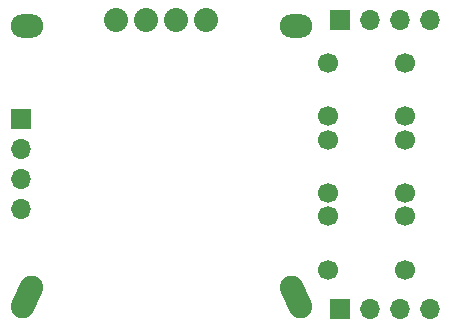
<source format=gbr>
%TF.GenerationSoftware,KiCad,Pcbnew,(6.0.5-0)*%
%TF.CreationDate,2022-10-09T22:43:55+09:00*%
%TF.ProjectId,qLAMP-lcd,714c414d-502d-46c6-9364-2e6b69636164,rev?*%
%TF.SameCoordinates,Original*%
%TF.FileFunction,Soldermask,Bot*%
%TF.FilePolarity,Negative*%
%FSLAX46Y46*%
G04 Gerber Fmt 4.6, Leading zero omitted, Abs format (unit mm)*
G04 Created by KiCad (PCBNEW (6.0.5-0)) date 2022-10-09 22:43:55*
%MOMM*%
%LPD*%
G01*
G04 APERTURE LIST*
G04 Aperture macros list*
%AMHorizOval*
0 Thick line with rounded ends*
0 $1 width*
0 $2 $3 position (X,Y) of the first rounded end (center of the circle)*
0 $4 $5 position (X,Y) of the second rounded end (center of the circle)*
0 Add line between two ends*
20,1,$1,$2,$3,$4,$5,0*
0 Add two circle primitives to create the rounded ends*
1,1,$1,$2,$3*
1,1,$1,$4,$5*%
G04 Aperture macros list end*
%ADD10HorizOval,2.000000X0.374990X-0.799972X-0.374990X0.799972X0*%
%ADD11O,2.750000X2.000000*%
%ADD12HorizOval,2.000000X0.374990X0.799972X-0.374990X-0.799972X0*%
%ADD13O,2.032000X2.032000*%
%ADD14R,1.700000X1.700000*%
%ADD15O,1.700000X1.700000*%
%ADD16C,1.700000*%
G04 APERTURE END LIST*
D10*
%TO.C,D2*%
X157725004Y-113999993D03*
D11*
X157725004Y-90999993D03*
D12*
X134975004Y-113999993D03*
D11*
X134975004Y-90999993D03*
D13*
X142540004Y-90499993D03*
X145080004Y-90499993D03*
X147620004Y-90499993D03*
X150160004Y-90499993D03*
%TD*%
D14*
%TO.C,J1*%
X161500000Y-90500000D03*
D15*
X164040000Y-90500000D03*
X166580000Y-90500000D03*
X169120000Y-90500000D03*
%TD*%
D14*
%TO.C,J3*%
X134500000Y-98940000D03*
D15*
X134500000Y-101480000D03*
X134500000Y-104019999D03*
X134500000Y-106560000D03*
%TD*%
D16*
%TO.C,SW3*%
X160500000Y-107150000D03*
X167000000Y-107150000D03*
X160500000Y-111650000D03*
X167000000Y-111650000D03*
%TD*%
%TO.C,SW2*%
X160500000Y-100650000D03*
X167000000Y-100650000D03*
X160500000Y-105150000D03*
X167000000Y-105150000D03*
%TD*%
%TO.C,SW1*%
X160500000Y-94150000D03*
X167000000Y-94150000D03*
X160500000Y-98650000D03*
X167000000Y-98650000D03*
%TD*%
D14*
%TO.C,J2*%
X161500000Y-115000000D03*
D15*
X164040000Y-115000000D03*
X166580000Y-115000000D03*
X169120000Y-115000000D03*
%TD*%
M02*

</source>
